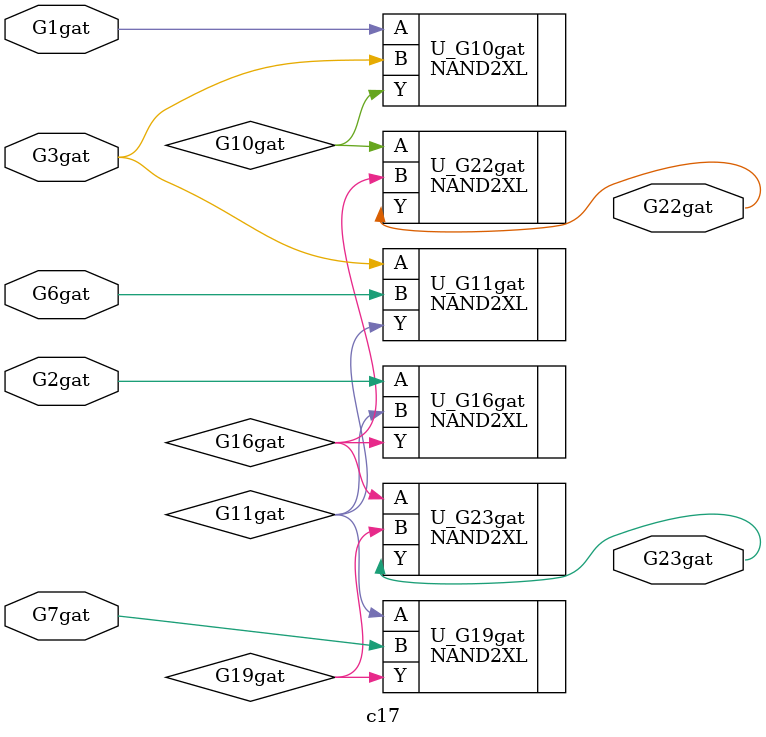
<source format=v>
module c17 ( G1gat, G2gat, G3gat, G6gat, G7gat, G22gat, G23gat);

input G1gat;
input G2gat;
input G3gat;
input G6gat;
input G7gat;

output G22gat;
output G23gat;

NAND2XL U_G10gat (.A(G1gat), .B(G3gat), .Y(G10gat) );
NAND2XL U_G11gat (.A(G3gat), .B(G6gat), .Y(G11gat) );
NAND2XL U_G16gat (.A(G2gat), .B(G11gat), .Y(G16gat) );
NAND2XL U_G19gat (.A(G11gat), .B(G7gat), .Y(G19gat) );
NAND2XL U_G22gat (.A(G10gat), .B(G16gat), .Y(G22gat) );
NAND2XL U_G23gat (.A(G16gat), .B(G19gat), .Y(G23gat) );

endmodule

</source>
